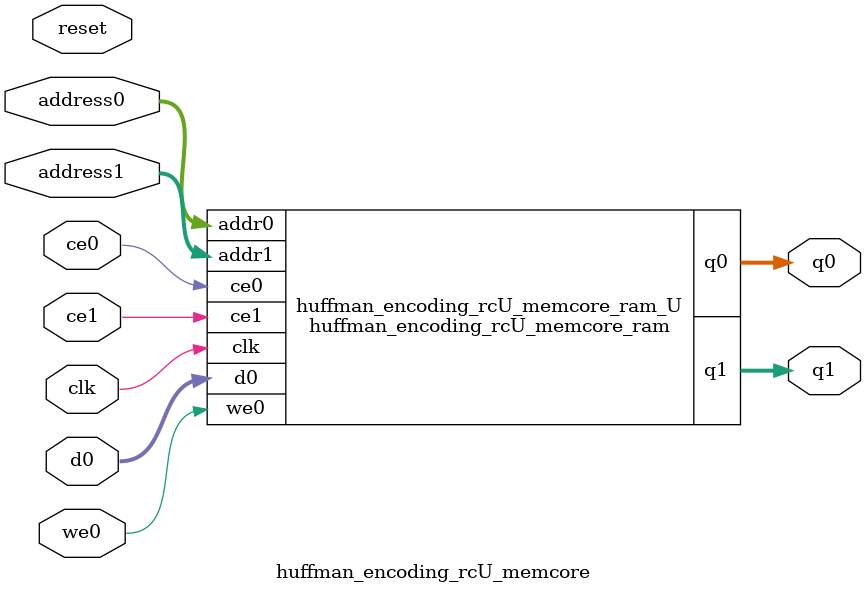
<source format=v>
`timescale 1 ns / 1 ps
module huffman_encoding_rcU_memcore_ram (addr0, ce0, d0, we0, q0, addr1, ce1, q1,  clk);

parameter DWIDTH = 9;
parameter AWIDTH = 8;
parameter MEM_SIZE = 255;

input[AWIDTH-1:0] addr0;
input ce0;
input[DWIDTH-1:0] d0;
input we0;
output reg[DWIDTH-1:0] q0;
input[AWIDTH-1:0] addr1;
input ce1;
output reg[DWIDTH-1:0] q1;
input clk;

(* ram_style = "block" *)reg [DWIDTH-1:0] ram[0:MEM_SIZE-1];




always @(posedge clk)  
begin 
    if (ce0) begin
        if (we0) 
            ram[addr0] <= d0; 
        q0 <= ram[addr0];
    end
end


always @(posedge clk)  
begin 
    if (ce1) begin
        q1 <= ram[addr1];
    end
end


endmodule

`timescale 1 ns / 1 ps
module huffman_encoding_rcU_memcore(
    reset,
    clk,
    address0,
    ce0,
    we0,
    d0,
    q0,
    address1,
    ce1,
    q1);

parameter DataWidth = 32'd9;
parameter AddressRange = 32'd255;
parameter AddressWidth = 32'd8;
input reset;
input clk;
input[AddressWidth - 1:0] address0;
input ce0;
input we0;
input[DataWidth - 1:0] d0;
output[DataWidth - 1:0] q0;
input[AddressWidth - 1:0] address1;
input ce1;
output[DataWidth - 1:0] q1;



huffman_encoding_rcU_memcore_ram huffman_encoding_rcU_memcore_ram_U(
    .clk( clk ),
    .addr0( address0 ),
    .ce0( ce0 ),
    .we0( we0 ),
    .d0( d0 ),
    .q0( q0 ),
    .addr1( address1 ),
    .ce1( ce1 ),
    .q1( q1 ));

endmodule


</source>
